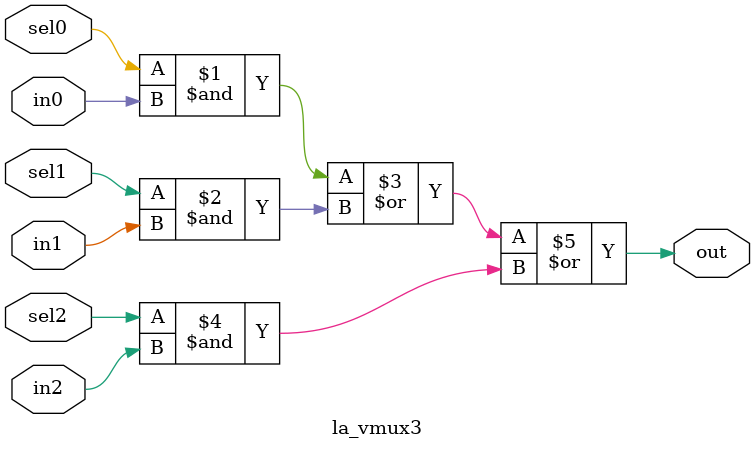
<source format=v>
module la_vmux3(	// file.cleaned.mlir:2:3
  input  sel2,	// file.cleaned.mlir:2:26
         sel1,	// file.cleaned.mlir:2:41
         sel0,	// file.cleaned.mlir:2:56
         in2,	// file.cleaned.mlir:2:71
         in1,	// file.cleaned.mlir:2:85
         in0,	// file.cleaned.mlir:2:99
  output out	// file.cleaned.mlir:2:114
);

  assign out = sel0 & in0 | sel1 & in1 | sel2 & in2;	// file.cleaned.mlir:3:10, :4:10, :5:10, :6:10, :7:5
endmodule


</source>
